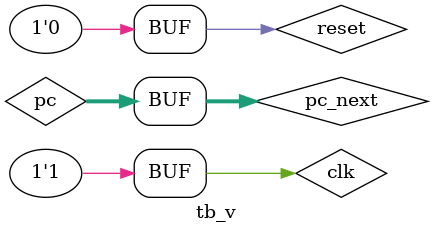
<source format=v>
`timescale 1ns / 1ps

module tb_v;

	// Inputs
	reg clk;
	reg reset;
	reg [63:0] pc;

	// Outputs
	wire [63:0] pc_next;
	wire [31:0] instruction;

	// Instantiate the Unit Under Test (UUT)
	IF uut (
		.clk(clk), 
		.reset(reset), 
		.pc_next(pc_next), 
		.pc(pc), 
		.instruction(instruction)
	);

	initial begin
		// Initialize Inputs
		$monitor($time, ".clk:%b pc:%b inst:%b pc_next:%b" ,clk,pc,instruction,pc_next);
		clk = 1;
		reset = 0;
		pc = 2;

		// Wait 100 ns for global reset to finish
		#100;
		pc = pc_next;
		$monitor($time, ".clk:%b pc:%b inst:%b pc_next:%b" ,clk,pc,instruction,pc_next);
		clk = 1;
		reset = 0;
		#100;
		pc = pc_next;
		$monitor($time, ".clk:%b pc:%b inst:%b pc_next:%b" ,clk,pc,instruction,pc_next);
		clk = 0;
		reset = 0;
		#100;
		pc = pc_next;
		$monitor($time, ".clk:%b pc:%b inst:%b pc_next:%b" ,clk,pc,instruction,pc_next);
		clk = 1;
		reset = 0;
		#100;
        
		// Add stimulus here

	end
      
endmodule
</source>
